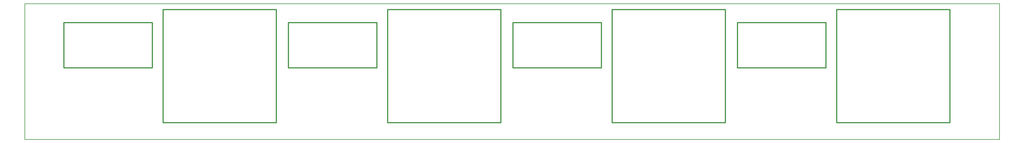
<source format=gbr>
G04 start of page 13 for group -4079 idx -4079 *
G04 Title: (unknown), topsilk *
G04 Creator: pcb 20110918 *
G04 CreationDate: Wed 25 May 2016 01:59:12 PM GMT UTC *
G04 For: rz *
G04 Format: Gerber/RS-274X *
G04 PCB-Dimensions: 1692913 236220 *
G04 PCB-Coordinate-Origin: lower left *
%MOIN*%
%FSLAX25Y25*%
%LNTOPSILK*%
%ADD69C,0.0200*%
%ADD68C,0.0100*%
G54D68*X0Y236220D02*Y220D01*
X1693000D01*
Y236220D01*
X0D01*
G54D69*X630400Y225820D02*Y29020D01*
X827200D01*
Y225820D01*
X630400D01*
X848200Y124420D02*X1001700D01*
Y203120D02*Y124420D01*
X848200Y203120D02*X1001700D01*
X848200D02*Y124420D01*
X1020400Y225820D02*Y29020D01*
X1217200D01*
Y225820D01*
X1020400D01*
X1238200Y124420D02*X1391700D01*
Y203120D02*Y124420D01*
X1238200Y203120D02*X1391700D01*
X1238200D02*Y124420D01*
X68200D02*X221700D01*
Y203120D02*Y124420D01*
X68200Y203120D02*X221700D01*
X68200D02*Y124420D01*
X240400Y225820D02*Y29020D01*
X437200D01*
Y225820D01*
X240400D01*
X458200Y124420D02*X611700D01*
Y203120D02*Y124420D01*
X458200Y203120D02*X611700D01*
X458200D02*Y124420D01*
X1410400Y225820D02*Y29020D01*
X1607200D01*
Y225820D01*
X1410400D01*
M02*

</source>
